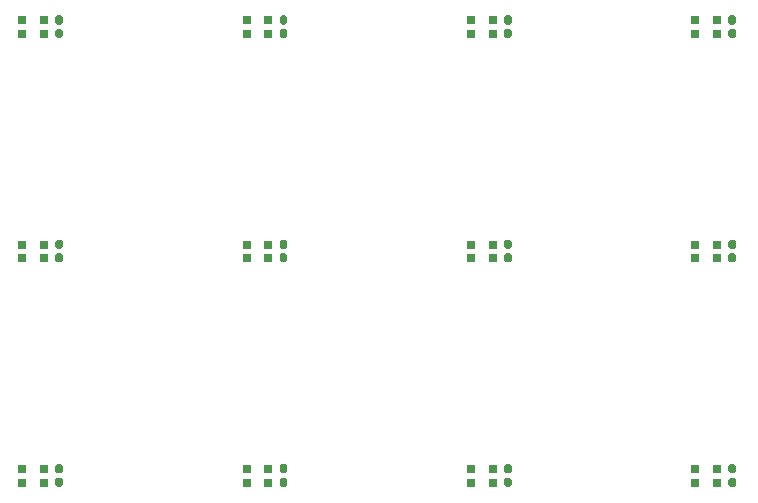
<source format=gbr>
%TF.GenerationSoftware,KiCad,Pcbnew,(5.1.9-0-10_14)*%
%TF.CreationDate,2021-09-25T06:11:46-07:00*%
%TF.ProjectId,MX-KEY-SWITCH-BOARD,4d582d4b-4559-42d5-9357-495443482d42,rev?*%
%TF.SameCoordinates,Original*%
%TF.FileFunction,Paste,Top*%
%TF.FilePolarity,Positive*%
%FSLAX46Y46*%
G04 Gerber Fmt 4.6, Leading zero omitted, Abs format (unit mm)*
G04 Created by KiCad (PCBNEW (5.1.9-0-10_14)) date 2021-09-25 06:11:46*
%MOMM*%
%LPD*%
G01*
G04 APERTURE LIST*
%ADD10R,0.700000X0.700000*%
G04 APERTURE END LIST*
D10*
%TO.C,WS12*%
X55780000Y-43760000D03*
X55780000Y-42640000D03*
X57620000Y-42640000D03*
X57620000Y-43760000D03*
%TD*%
%TO.C,WS11*%
X36780000Y-43760000D03*
X36780000Y-42640000D03*
X38620000Y-42640000D03*
X38620000Y-43760000D03*
%TD*%
%TO.C,WS10*%
X17780000Y-43760000D03*
X17780000Y-42640000D03*
X19620000Y-42640000D03*
X19620000Y-43760000D03*
%TD*%
%TO.C,WS9*%
X-1220000Y-43760000D03*
X-1220000Y-42640000D03*
X620000Y-42640000D03*
X620000Y-43760000D03*
%TD*%
%TO.C,WS8*%
X55780000Y-24760000D03*
X55780000Y-23640000D03*
X57620000Y-23640000D03*
X57620000Y-24760000D03*
%TD*%
%TO.C,WS7*%
X36780000Y-24760000D03*
X36780000Y-23640000D03*
X38620000Y-23640000D03*
X38620000Y-24760000D03*
%TD*%
%TO.C,WS6*%
X17780000Y-24760000D03*
X17780000Y-23640000D03*
X19620000Y-23640000D03*
X19620000Y-24760000D03*
%TD*%
%TO.C,WS5*%
X-1220000Y-24760000D03*
X-1220000Y-23640000D03*
X620000Y-23640000D03*
X620000Y-24760000D03*
%TD*%
%TO.C,WS4*%
X55780000Y-5760000D03*
X55780000Y-4640000D03*
X57620000Y-4640000D03*
X57620000Y-5760000D03*
%TD*%
%TO.C,WS3*%
X36780000Y-5760000D03*
X36780000Y-4640000D03*
X38620000Y-4640000D03*
X38620000Y-5760000D03*
%TD*%
%TO.C,WS2*%
X17780000Y-5760000D03*
X17780000Y-4640000D03*
X19620000Y-4640000D03*
X19620000Y-5760000D03*
%TD*%
%TO.C,D12*%
G36*
G01*
X59060000Y-42982500D02*
X58740000Y-42982500D01*
G75*
G02*
X58580000Y-42822500I0J160000D01*
G01*
X58580000Y-42377500D01*
G75*
G02*
X58740000Y-42217500I160000J0D01*
G01*
X59060000Y-42217500D01*
G75*
G02*
X59220000Y-42377500I0J-160000D01*
G01*
X59220000Y-42822500D01*
G75*
G02*
X59060000Y-42982500I-160000J0D01*
G01*
G37*
G36*
G01*
X59060000Y-44127500D02*
X58740000Y-44127500D01*
G75*
G02*
X58580000Y-43967500I0J160000D01*
G01*
X58580000Y-43522500D01*
G75*
G02*
X58740000Y-43362500I160000J0D01*
G01*
X59060000Y-43362500D01*
G75*
G02*
X59220000Y-43522500I0J-160000D01*
G01*
X59220000Y-43967500D01*
G75*
G02*
X59060000Y-44127500I-160000J0D01*
G01*
G37*
%TD*%
%TO.C,D11*%
G36*
G01*
X40060000Y-42982500D02*
X39740000Y-42982500D01*
G75*
G02*
X39580000Y-42822500I0J160000D01*
G01*
X39580000Y-42377500D01*
G75*
G02*
X39740000Y-42217500I160000J0D01*
G01*
X40060000Y-42217500D01*
G75*
G02*
X40220000Y-42377500I0J-160000D01*
G01*
X40220000Y-42822500D01*
G75*
G02*
X40060000Y-42982500I-160000J0D01*
G01*
G37*
G36*
G01*
X40060000Y-44127500D02*
X39740000Y-44127500D01*
G75*
G02*
X39580000Y-43967500I0J160000D01*
G01*
X39580000Y-43522500D01*
G75*
G02*
X39740000Y-43362500I160000J0D01*
G01*
X40060000Y-43362500D01*
G75*
G02*
X40220000Y-43522500I0J-160000D01*
G01*
X40220000Y-43967500D01*
G75*
G02*
X40060000Y-44127500I-160000J0D01*
G01*
G37*
%TD*%
%TO.C,D10*%
G36*
G01*
X21060000Y-42982500D02*
X20740000Y-42982500D01*
G75*
G02*
X20580000Y-42822500I0J160000D01*
G01*
X20580000Y-42377500D01*
G75*
G02*
X20740000Y-42217500I160000J0D01*
G01*
X21060000Y-42217500D01*
G75*
G02*
X21220000Y-42377500I0J-160000D01*
G01*
X21220000Y-42822500D01*
G75*
G02*
X21060000Y-42982500I-160000J0D01*
G01*
G37*
G36*
G01*
X21060000Y-44127500D02*
X20740000Y-44127500D01*
G75*
G02*
X20580000Y-43967500I0J160000D01*
G01*
X20580000Y-43522500D01*
G75*
G02*
X20740000Y-43362500I160000J0D01*
G01*
X21060000Y-43362500D01*
G75*
G02*
X21220000Y-43522500I0J-160000D01*
G01*
X21220000Y-43967500D01*
G75*
G02*
X21060000Y-44127500I-160000J0D01*
G01*
G37*
%TD*%
%TO.C,D9*%
G36*
G01*
X2060000Y-42982500D02*
X1740000Y-42982500D01*
G75*
G02*
X1580000Y-42822500I0J160000D01*
G01*
X1580000Y-42377500D01*
G75*
G02*
X1740000Y-42217500I160000J0D01*
G01*
X2060000Y-42217500D01*
G75*
G02*
X2220000Y-42377500I0J-160000D01*
G01*
X2220000Y-42822500D01*
G75*
G02*
X2060000Y-42982500I-160000J0D01*
G01*
G37*
G36*
G01*
X2060000Y-44127500D02*
X1740000Y-44127500D01*
G75*
G02*
X1580000Y-43967500I0J160000D01*
G01*
X1580000Y-43522500D01*
G75*
G02*
X1740000Y-43362500I160000J0D01*
G01*
X2060000Y-43362500D01*
G75*
G02*
X2220000Y-43522500I0J-160000D01*
G01*
X2220000Y-43967500D01*
G75*
G02*
X2060000Y-44127500I-160000J0D01*
G01*
G37*
%TD*%
%TO.C,D8*%
G36*
G01*
X59060000Y-23982500D02*
X58740000Y-23982500D01*
G75*
G02*
X58580000Y-23822500I0J160000D01*
G01*
X58580000Y-23377500D01*
G75*
G02*
X58740000Y-23217500I160000J0D01*
G01*
X59060000Y-23217500D01*
G75*
G02*
X59220000Y-23377500I0J-160000D01*
G01*
X59220000Y-23822500D01*
G75*
G02*
X59060000Y-23982500I-160000J0D01*
G01*
G37*
G36*
G01*
X59060000Y-25127500D02*
X58740000Y-25127500D01*
G75*
G02*
X58580000Y-24967500I0J160000D01*
G01*
X58580000Y-24522500D01*
G75*
G02*
X58740000Y-24362500I160000J0D01*
G01*
X59060000Y-24362500D01*
G75*
G02*
X59220000Y-24522500I0J-160000D01*
G01*
X59220000Y-24967500D01*
G75*
G02*
X59060000Y-25127500I-160000J0D01*
G01*
G37*
%TD*%
%TO.C,D7*%
G36*
G01*
X40060000Y-23982500D02*
X39740000Y-23982500D01*
G75*
G02*
X39580000Y-23822500I0J160000D01*
G01*
X39580000Y-23377500D01*
G75*
G02*
X39740000Y-23217500I160000J0D01*
G01*
X40060000Y-23217500D01*
G75*
G02*
X40220000Y-23377500I0J-160000D01*
G01*
X40220000Y-23822500D01*
G75*
G02*
X40060000Y-23982500I-160000J0D01*
G01*
G37*
G36*
G01*
X40060000Y-25127500D02*
X39740000Y-25127500D01*
G75*
G02*
X39580000Y-24967500I0J160000D01*
G01*
X39580000Y-24522500D01*
G75*
G02*
X39740000Y-24362500I160000J0D01*
G01*
X40060000Y-24362500D01*
G75*
G02*
X40220000Y-24522500I0J-160000D01*
G01*
X40220000Y-24967500D01*
G75*
G02*
X40060000Y-25127500I-160000J0D01*
G01*
G37*
%TD*%
%TO.C,D6*%
G36*
G01*
X21060000Y-23982500D02*
X20740000Y-23982500D01*
G75*
G02*
X20580000Y-23822500I0J160000D01*
G01*
X20580000Y-23377500D01*
G75*
G02*
X20740000Y-23217500I160000J0D01*
G01*
X21060000Y-23217500D01*
G75*
G02*
X21220000Y-23377500I0J-160000D01*
G01*
X21220000Y-23822500D01*
G75*
G02*
X21060000Y-23982500I-160000J0D01*
G01*
G37*
G36*
G01*
X21060000Y-25127500D02*
X20740000Y-25127500D01*
G75*
G02*
X20580000Y-24967500I0J160000D01*
G01*
X20580000Y-24522500D01*
G75*
G02*
X20740000Y-24362500I160000J0D01*
G01*
X21060000Y-24362500D01*
G75*
G02*
X21220000Y-24522500I0J-160000D01*
G01*
X21220000Y-24967500D01*
G75*
G02*
X21060000Y-25127500I-160000J0D01*
G01*
G37*
%TD*%
%TO.C,D5*%
G36*
G01*
X2060000Y-23982500D02*
X1740000Y-23982500D01*
G75*
G02*
X1580000Y-23822500I0J160000D01*
G01*
X1580000Y-23377500D01*
G75*
G02*
X1740000Y-23217500I160000J0D01*
G01*
X2060000Y-23217500D01*
G75*
G02*
X2220000Y-23377500I0J-160000D01*
G01*
X2220000Y-23822500D01*
G75*
G02*
X2060000Y-23982500I-160000J0D01*
G01*
G37*
G36*
G01*
X2060000Y-25127500D02*
X1740000Y-25127500D01*
G75*
G02*
X1580000Y-24967500I0J160000D01*
G01*
X1580000Y-24522500D01*
G75*
G02*
X1740000Y-24362500I160000J0D01*
G01*
X2060000Y-24362500D01*
G75*
G02*
X2220000Y-24522500I0J-160000D01*
G01*
X2220000Y-24967500D01*
G75*
G02*
X2060000Y-25127500I-160000J0D01*
G01*
G37*
%TD*%
%TO.C,D4*%
G36*
G01*
X59060000Y-4982500D02*
X58740000Y-4982500D01*
G75*
G02*
X58580000Y-4822500I0J160000D01*
G01*
X58580000Y-4377500D01*
G75*
G02*
X58740000Y-4217500I160000J0D01*
G01*
X59060000Y-4217500D01*
G75*
G02*
X59220000Y-4377500I0J-160000D01*
G01*
X59220000Y-4822500D01*
G75*
G02*
X59060000Y-4982500I-160000J0D01*
G01*
G37*
G36*
G01*
X59060000Y-6127500D02*
X58740000Y-6127500D01*
G75*
G02*
X58580000Y-5967500I0J160000D01*
G01*
X58580000Y-5522500D01*
G75*
G02*
X58740000Y-5362500I160000J0D01*
G01*
X59060000Y-5362500D01*
G75*
G02*
X59220000Y-5522500I0J-160000D01*
G01*
X59220000Y-5967500D01*
G75*
G02*
X59060000Y-6127500I-160000J0D01*
G01*
G37*
%TD*%
%TO.C,D3*%
G36*
G01*
X40060000Y-4982500D02*
X39740000Y-4982500D01*
G75*
G02*
X39580000Y-4822500I0J160000D01*
G01*
X39580000Y-4377500D01*
G75*
G02*
X39740000Y-4217500I160000J0D01*
G01*
X40060000Y-4217500D01*
G75*
G02*
X40220000Y-4377500I0J-160000D01*
G01*
X40220000Y-4822500D01*
G75*
G02*
X40060000Y-4982500I-160000J0D01*
G01*
G37*
G36*
G01*
X40060000Y-6127500D02*
X39740000Y-6127500D01*
G75*
G02*
X39580000Y-5967500I0J160000D01*
G01*
X39580000Y-5522500D01*
G75*
G02*
X39740000Y-5362500I160000J0D01*
G01*
X40060000Y-5362500D01*
G75*
G02*
X40220000Y-5522500I0J-160000D01*
G01*
X40220000Y-5967500D01*
G75*
G02*
X40060000Y-6127500I-160000J0D01*
G01*
G37*
%TD*%
%TO.C,D2*%
G36*
G01*
X21060000Y-4982500D02*
X20740000Y-4982500D01*
G75*
G02*
X20580000Y-4822500I0J160000D01*
G01*
X20580000Y-4377500D01*
G75*
G02*
X20740000Y-4217500I160000J0D01*
G01*
X21060000Y-4217500D01*
G75*
G02*
X21220000Y-4377500I0J-160000D01*
G01*
X21220000Y-4822500D01*
G75*
G02*
X21060000Y-4982500I-160000J0D01*
G01*
G37*
G36*
G01*
X21060000Y-6127500D02*
X20740000Y-6127500D01*
G75*
G02*
X20580000Y-5967500I0J160000D01*
G01*
X20580000Y-5522500D01*
G75*
G02*
X20740000Y-5362500I160000J0D01*
G01*
X21060000Y-5362500D01*
G75*
G02*
X21220000Y-5522500I0J-160000D01*
G01*
X21220000Y-5967500D01*
G75*
G02*
X21060000Y-6127500I-160000J0D01*
G01*
G37*
%TD*%
%TO.C,WS1*%
X-1220000Y-5760000D03*
X-1220000Y-4640000D03*
X620000Y-4640000D03*
X620000Y-5760000D03*
%TD*%
%TO.C,D1*%
G36*
G01*
X2060000Y-4982500D02*
X1740000Y-4982500D01*
G75*
G02*
X1580000Y-4822500I0J160000D01*
G01*
X1580000Y-4377500D01*
G75*
G02*
X1740000Y-4217500I160000J0D01*
G01*
X2060000Y-4217500D01*
G75*
G02*
X2220000Y-4377500I0J-160000D01*
G01*
X2220000Y-4822500D01*
G75*
G02*
X2060000Y-4982500I-160000J0D01*
G01*
G37*
G36*
G01*
X2060000Y-6127500D02*
X1740000Y-6127500D01*
G75*
G02*
X1580000Y-5967500I0J160000D01*
G01*
X1580000Y-5522500D01*
G75*
G02*
X1740000Y-5362500I160000J0D01*
G01*
X2060000Y-5362500D01*
G75*
G02*
X2220000Y-5522500I0J-160000D01*
G01*
X2220000Y-5967500D01*
G75*
G02*
X2060000Y-6127500I-160000J0D01*
G01*
G37*
%TD*%
M02*

</source>
